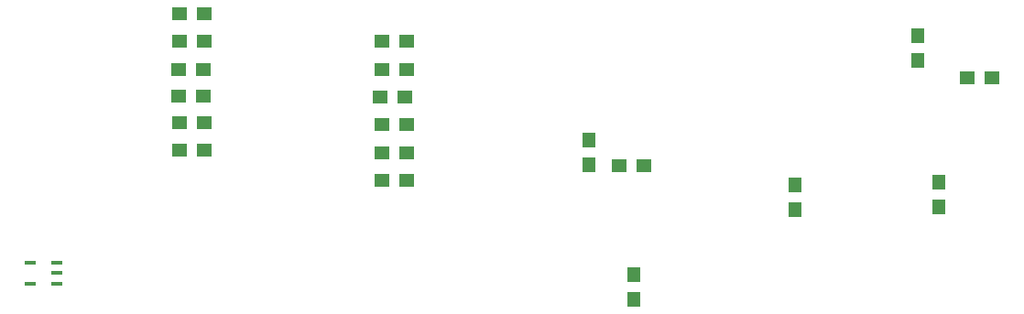
<source format=gbr>
G04 EasyPC Gerber Version 21.0.3 Build 4286 *
G04 #@! TF.Part,Single*
G04 #@! TF.FileFunction,Paste,Top *
G04 #@! TF.FilePolarity,Positive *
%FSLAX35Y35*%
%MOIN*%
G04 #@! TA.AperFunction,SMDPad*
%ADD101R,0.04900X0.05400*%
%ADD102R,0.04124X0.01762*%
%ADD100R,0.05400X0.04900*%
X0Y0D02*
D02*
D100*
X211006Y139915D03*
X211183Y149719D03*
X211301Y120230D03*
X211478Y130230D03*
Y169797D03*
X211596Y159856D03*
X220006Y139915D03*
X220183Y149719D03*
X220301Y120230D03*
X220478Y130230D03*
Y169797D03*
X220596Y159856D03*
X284510Y139581D03*
X285002Y109108D03*
Y129581D03*
Y149561D03*
Y159856D03*
X285199Y119305D03*
X293510Y139581D03*
X294002Y109108D03*
Y129581D03*
Y149561D03*
Y159856D03*
X294199Y119305D03*
X371341Y114719D03*
X380341D03*
X498211Y146510D03*
X507211D03*
D02*
D101*
X360289Y115041D03*
Y124041D03*
X376628Y66026D03*
Y75026D03*
X435486Y98604D03*
Y107604D03*
X480171Y152935D03*
Y161935D03*
X487750Y99490D03*
Y108490D03*
D02*
D102*
X157041Y71707D03*
Y79187D03*
X166884Y71707D03*
Y75447D03*
Y79187D03*
X0Y0D02*
M02*

</source>
